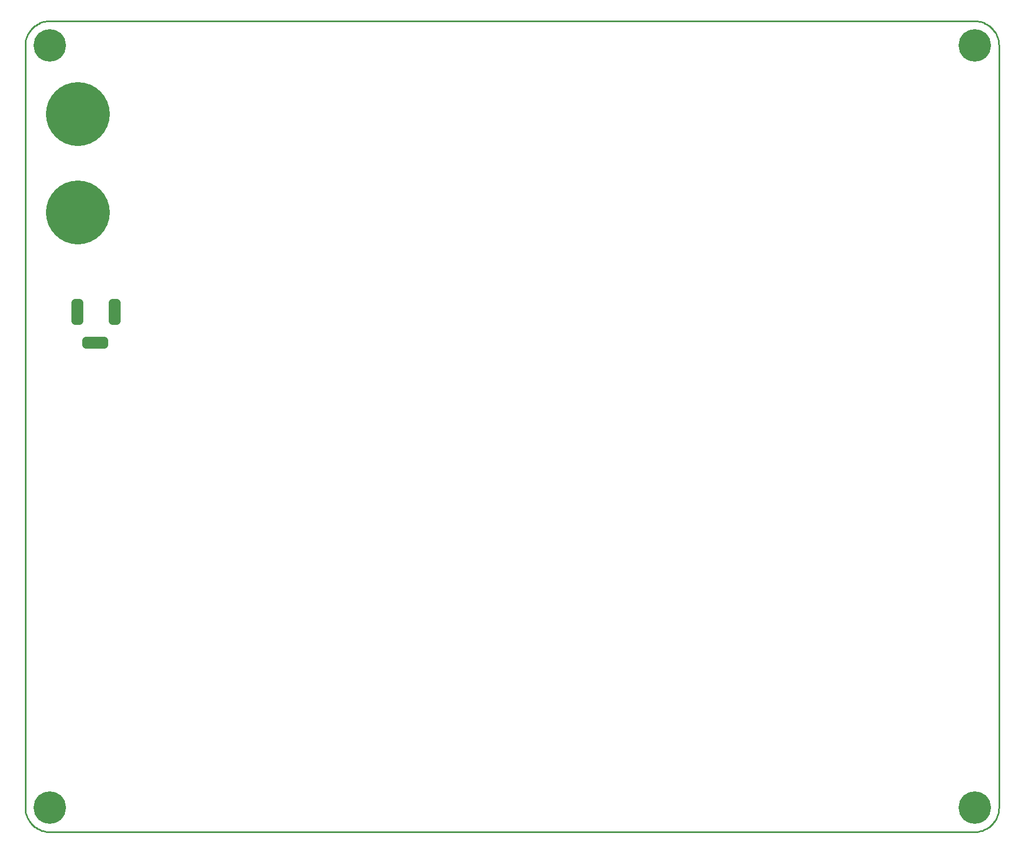
<source format=gtl>
G04*
G04 #@! TF.GenerationSoftware,Altium Limited,Altium Designer,24.1.2 (44)*
G04*
G04 Layer_Physical_Order=1*
G04 Layer_Color=255*
%FSLAX25Y25*%
%MOIN*%
G70*
G04*
G04 #@! TF.SameCoordinates,70FD0B9D-AE47-40E7-AF1A-83360670B04A*
G04*
G04*
G04 #@! TF.FilePolarity,Positive*
G04*
G01*
G75*
%ADD11C,0.01000*%
G04:AMPARAMS|DCode=16|XSize=157.48mil|YSize=70.87mil|CornerRadius=17.72mil|HoleSize=0mil|Usage=FLASHONLY|Rotation=180.000|XOffset=0mil|YOffset=0mil|HoleType=Round|Shape=RoundedRectangle|*
%AMROUNDEDRECTD16*
21,1,0.15748,0.03543,0,0,180.0*
21,1,0.12205,0.07087,0,0,180.0*
1,1,0.03543,-0.06102,0.01772*
1,1,0.03543,0.06102,0.01772*
1,1,0.03543,0.06102,-0.01772*
1,1,0.03543,-0.06102,-0.01772*
%
%ADD16ROUNDEDRECTD16*%
G04:AMPARAMS|DCode=17|XSize=157.48mil|YSize=70.87mil|CornerRadius=17.72mil|HoleSize=0mil|Usage=FLASHONLY|Rotation=90.000|XOffset=0mil|YOffset=0mil|HoleType=Round|Shape=RoundedRectangle|*
%AMROUNDEDRECTD17*
21,1,0.15748,0.03543,0,0,90.0*
21,1,0.12205,0.07087,0,0,90.0*
1,1,0.03543,0.01772,0.06102*
1,1,0.03543,0.01772,-0.06102*
1,1,0.03543,-0.01772,-0.06102*
1,1,0.03543,-0.01772,0.06102*
%
%ADD17ROUNDEDRECTD17*%
%ADD18C,0.39370*%
%ADD19C,0.20000*%
D11*
X15000Y500000D02*
X14019Y499968D01*
X13042Y499872D01*
X12074Y499712D01*
X11118Y499489D01*
X10178Y499204D01*
X9260Y498858D01*
X8366Y498453D01*
X7500Y497990D01*
X6666Y497472D01*
X5869Y496900D01*
X5110Y496278D01*
X4393Y495607D01*
X3722Y494890D01*
X3100Y494131D01*
X2528Y493333D01*
X2010Y492500D01*
X1547Y491634D01*
X1142Y490740D01*
X796Y489822D01*
X511Y488882D01*
X288Y487926D01*
X128Y486958D01*
X32Y485981D01*
X-0Y485000D01*
X0Y15000D02*
X32Y14019D01*
X128Y13042D01*
X288Y12074D01*
X511Y11118D01*
X796Y10178D01*
X1142Y9260D01*
X1547Y8366D01*
X2010Y7500D01*
X2528Y6666D01*
X3100Y5869D01*
X3722Y5110D01*
X4393Y4393D01*
X5110Y3722D01*
X5869Y3100D01*
X6666Y2528D01*
X7500Y2010D01*
X8366Y1547D01*
X9260Y1142D01*
X10178Y796D01*
X11118Y511D01*
X12074Y288D01*
X13042Y128D01*
X14019Y32D01*
X15000Y-0D01*
X585000Y0D02*
X585981Y32D01*
X586958Y128D01*
X587926Y288D01*
X588882Y511D01*
X589822Y796D01*
X590740Y1142D01*
X591634Y1547D01*
X592500Y2010D01*
X593334Y2528D01*
X594131Y3100D01*
X594890Y3722D01*
X595607Y4393D01*
X596278Y5110D01*
X596900Y5869D01*
X597472Y6666D01*
X597990Y7500D01*
X598453Y8366D01*
X598858Y9260D01*
X599204Y10178D01*
X599489Y11118D01*
X599712Y12074D01*
X599872Y13042D01*
X599968Y14019D01*
X600000Y15000D01*
X600000Y485000D02*
X599968Y485981D01*
X599872Y486958D01*
X599712Y487926D01*
X599489Y488882D01*
X599204Y489822D01*
X598858Y490740D01*
X598453Y491634D01*
X597990Y492500D01*
X597472Y493334D01*
X596900Y494131D01*
X596278Y494890D01*
X595607Y495607D01*
X594890Y496278D01*
X594131Y496900D01*
X593333Y497472D01*
X592500Y497990D01*
X591634Y498453D01*
X590740Y498858D01*
X589822Y499204D01*
X588882Y499489D01*
X587926Y499712D01*
X586958Y499872D01*
X585981Y499968D01*
X585000Y500000D01*
X15000Y500000D02*
X585000Y500000D01*
X-0Y485000D02*
X0Y15000D01*
X15000Y-0D02*
X585000Y0D01*
X600000Y485000D02*
X600000Y15000D01*
D16*
X43189Y301602D02*
D03*
D17*
X32165Y320500D02*
D03*
X55000D02*
D03*
D18*
X32500Y381936D02*
D03*
Y442500D02*
D03*
D19*
X15000Y15000D02*
D03*
X585000Y15000D02*
D03*
X585000Y485000D02*
D03*
X15000Y485000D02*
D03*
M02*

</source>
